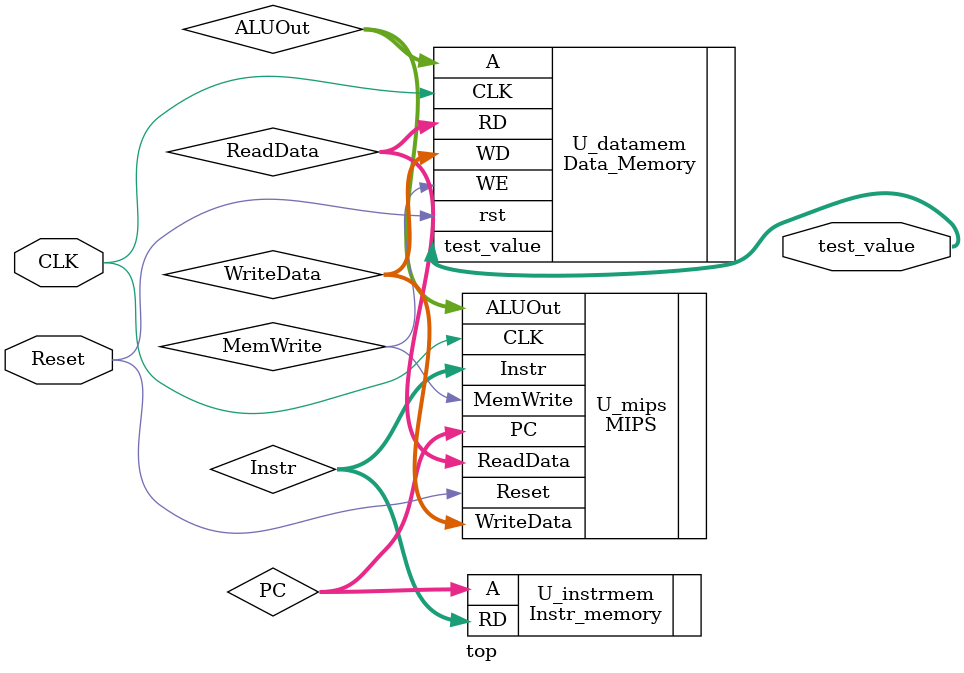
<source format=v>
module top (
 input wire                     CLK,Reset,
 output wire     [15:0]      test_value
);

wire                 [31:0]      Instr,ReadData,PC,ALUOut,WriteData ;  
wire                               MemWrite ;   

Instr_memory U_instrmem (
.A(PC),
.RD(Instr)
);

Data_Memory U_datamem (
.A(ALUOut),
.WD(WriteData),
.WE(MemWrite),
.CLK(CLK),
.rst(Reset),
.RD(ReadData),
.test_value(test_value) 
);

MIPS U_mips (
.CLK(CLK),
.Reset(Reset),
.Instr(Instr),
.ReadData(ReadData),
.MemWrite(MemWrite),
.PC(PC),
.ALUOut(ALUOut),
.WriteData(WriteData) 
);

endmodule
</source>
